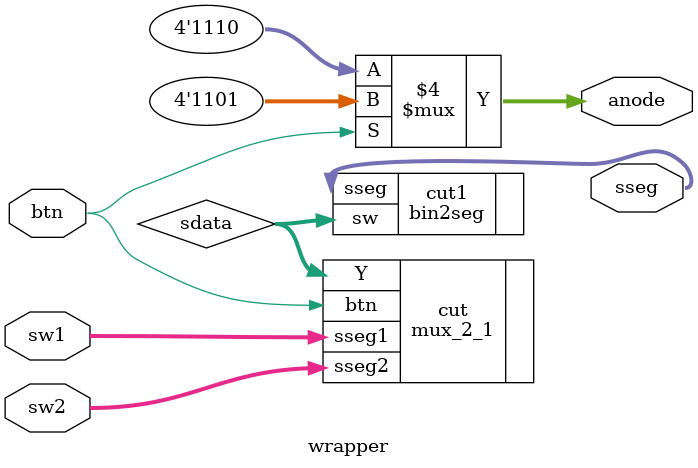
<source format=v>
`timescale 1ns / 1ps


module wrapper(
    input btn,
    input [3:0] sw1,
    input [3:0] sw2,
    output [6:0] sseg,
    output reg [3:0] anode
    );
    
    wire [3:0] sdata;
    
    mux_2_1 cut(.sseg1(sw1), .sseg2(sw2), .btn(btn), .Y(sdata));
    
    bin2seg cut1(.sw(sdata),.sseg(sseg));
    
    always @(btn) begin
        if (btn == 0) 
            anode = 4'b1110;
        else 
            anode = 4'b1101;
    end
    
    
endmodule

</source>
